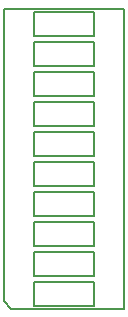
<source format=gbr>
G04 DipTrace 2.3.0.3*
%INBottomSilk.gbr*%
%MOIN*%
%ADD24C,0.006*%
%FSLAX44Y44*%
G04*
G70*
G90*
G75*
G01*
%LNBotSilk*%
%LPD*%
X40687Y9187D2*
D24*
X44437D1*
Y19187D1*
X40437D2*
X44437D1*
X40687Y9187D2*
X40437Y9437D1*
Y19187D1*
X43437Y9287D2*
Y10087D1*
X41437D1*
Y9287D1*
X43437D1*
Y10287D2*
Y11087D1*
X41437D1*
Y10287D1*
X43437D1*
Y11287D2*
Y12087D1*
X41437D1*
Y11287D1*
X43437D1*
Y12287D2*
X41437D1*
Y13087D1*
X43437D1*
Y12287D1*
Y13287D2*
X41437D1*
Y14087D1*
X43437D1*
Y13287D1*
Y14287D2*
X41437D1*
Y15087D1*
X43437D1*
Y14287D1*
Y15287D2*
X41437D1*
Y16087D1*
X43437D1*
Y15287D1*
Y16287D2*
X41437D1*
Y17087D1*
X43437D1*
Y16287D1*
Y17287D2*
X41437D1*
Y18087D1*
X43437D1*
Y17287D1*
Y18287D2*
X41437D1*
Y19087D1*
X43437D1*
Y18287D1*
M02*

</source>
